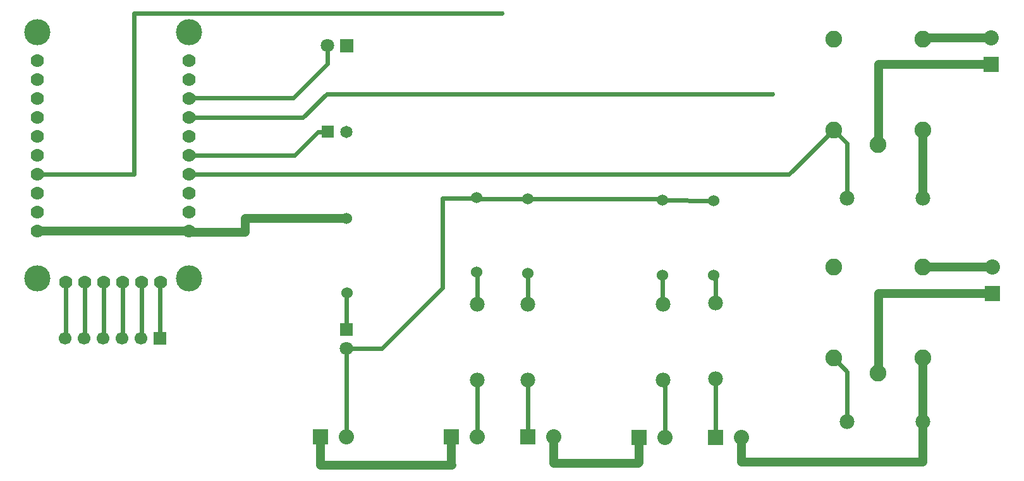
<source format=gbl>
G04 Layer: BottomLayer*
G04 EasyEDA v6.5.8, 2022-08-15 07:29:34*
G04 028e3914a6f949ed9ca799ef75e4ed4f,10*
G04 Gerber Generator version 0.2*
G04 Scale: 100 percent, Rotated: No, Reflected: No *
G04 Dimensions in millimeters *
G04 leading zeros omitted , absolute positions ,4 integer and 5 decimal *
%FSLAX45Y45*%
%MOMM*%

%ADD10C,0.6096*%
%ADD11C,1.2192*%
%ADD12C,1.8000*%
%ADD13R,1.8000X1.8000*%
%ADD14C,1.6510*%
%ADD15C,1.9812*%
%ADD16R,1.7000X1.7000*%
%ADD17C,1.7000*%
%ADD18C,2.0320*%
%ADD19R,2.0320X2.0320*%
%ADD20C,2.2499*%
%ADD21C,1.5240*%
%ADD22C,3.5052*%
%ADD23C,1.7780*%
%ADD24C,0.6200*%

%LPD*%
D10*
X5664200Y8216900D02*
G01*
X5664200Y7975600D01*
X5207000Y7518400D01*
X3822700Y7518400D01*
X3810000Y7505700D01*
X8001000Y8648700D02*
G01*
X3073400Y8648700D01*
X3073400Y6489700D01*
X1778000Y6489700D01*
X3810000Y6489700D02*
G01*
X11842902Y6489700D01*
X12439802Y7086600D01*
X3810000Y7251700D02*
G01*
X5334000Y7251700D01*
X5651500Y7569200D01*
X11620500Y7569200D01*
X5918200Y4152900D02*
G01*
X6388100Y4152900D01*
X7200900Y4965700D01*
X7200900Y6172200D01*
X7652334Y6172200D01*
X7658100Y6177965D01*
X3810000Y6743700D02*
G01*
X5219700Y6743700D01*
X5537200Y7061200D01*
X5664200Y7061200D01*
X3429000Y5041900D02*
G01*
X3416300Y5029200D01*
X3416300Y4292600D01*
X3175000Y5041900D02*
G01*
X3175000Y4305300D01*
X3162300Y4292600D01*
X2921000Y5041900D02*
G01*
X2921000Y4305300D01*
X2908300Y4292600D01*
X2667000Y5041900D02*
G01*
X2667000Y4305300D01*
X2654300Y4292600D01*
X2413000Y5041900D02*
G01*
X2413000Y4305300D01*
X2400300Y4292600D01*
X2159000Y5041900D02*
G01*
X2159000Y4305300D01*
X2146300Y4292600D01*
X8342096Y6163132D02*
G01*
X7672933Y6163132D01*
X7658100Y6177965D01*
X8342096Y6163132D02*
G01*
X10124033Y6163132D01*
X10147300Y6139865D01*
X10831322Y6137655D02*
G01*
X10147300Y6139942D01*
X7670800Y4749800D02*
G01*
X7670800Y5167071D01*
X7659903Y5177967D01*
X8343900Y4749800D02*
G01*
X8343900Y5163131D01*
X5918200Y4406900D02*
G01*
X5919977Y4898644D01*
X5915659Y2971800D02*
G01*
X5915659Y4150360D01*
X5918200Y4152900D01*
X7668259Y2971800D02*
G01*
X7668259Y3731260D01*
X7670800Y3733800D01*
X8346442Y2971800D02*
G01*
X8346442Y3731257D01*
X8343900Y3733800D01*
X10858500Y4762500D02*
G01*
X10858500Y5112334D01*
X10833100Y5137734D01*
X10160000Y4749800D02*
G01*
X10149103Y4760696D01*
X10149103Y5139867D01*
X10182859Y2959100D02*
G01*
X10182859Y3710939D01*
X10160000Y3733800D01*
X10861040Y2959100D02*
G01*
X10861040Y3743960D01*
X10858500Y3746500D01*
X12623800Y6172200D02*
G01*
X12623800Y6902602D01*
X12439802Y7086600D01*
X12623800Y3175000D02*
G01*
X12623800Y3841902D01*
X12439802Y4025900D01*
D11*
X11211559Y2959100D02*
G01*
X11211559Y2628900D01*
X13639800Y2628900D01*
X13639800Y3175000D01*
X8696959Y2971800D02*
G01*
X8696959Y2616200D01*
X9829800Y2616200D01*
X9832340Y2618739D01*
X9832340Y2959100D01*
X5565140Y2971800D02*
G01*
X5565140Y2590800D01*
X7327900Y2590800D01*
X7317740Y2600960D01*
X7317740Y2971800D01*
X1778000Y5727700D02*
G01*
X3810000Y5727700D01*
X5918200Y5898565D02*
G01*
X4559300Y5898565D01*
X4559300Y5715000D01*
X3822700Y5715000D01*
X3810000Y5727700D01*
X13639800Y4025900D02*
G01*
X13639800Y3175000D01*
X13639800Y7086600D02*
G01*
X13639800Y6172200D01*
X14554200Y7965439D02*
G01*
X13042900Y7965439D01*
X13042900Y6889699D01*
X13039801Y6886600D01*
X14566900Y4892039D02*
G01*
X13042900Y4892039D01*
X13042900Y3828999D01*
X13039801Y3825900D01*
X14566900Y5242560D02*
G01*
X13643127Y5242560D01*
X13639800Y5245887D01*
X14554200Y8315960D02*
G01*
X13649172Y8315960D01*
X13639800Y8306587D01*
D12*
G01*
X5664200Y8216900D03*
G36*
X5828207Y8306892D02*
G01*
X6008192Y8306892D01*
X6008192Y8126907D01*
X5828207Y8126907D01*
G37*
G01*
X5918200Y4152900D03*
D13*
G01*
X5918200Y4406900D03*
G36*
X5581650Y7143750D02*
G01*
X5746750Y7143750D01*
X5746750Y6978650D01*
X5581650Y6978650D01*
G37*
D14*
G01*
X5918200Y7061200D03*
D15*
G01*
X7670800Y4749800D03*
G01*
X7670800Y3733800D03*
G01*
X8343900Y4749800D03*
G01*
X8343900Y3733800D03*
G01*
X12623800Y3175000D03*
G01*
X13639800Y3175000D03*
G01*
X10160000Y4749800D03*
G01*
X10160000Y3733800D03*
G01*
X10858500Y4762500D03*
G01*
X10858500Y3746500D03*
G01*
X12623800Y6172200D03*
G01*
X13639800Y6172200D03*
D16*
G01*
X3416300Y4292600D03*
D17*
G01*
X3162300Y4292600D03*
G01*
X2908300Y4292600D03*
G01*
X2654300Y4292600D03*
G01*
X2400300Y4292600D03*
G01*
X2146300Y4292600D03*
G36*
X5463540Y3073400D02*
G01*
X5666740Y3073400D01*
X5666740Y2870200D01*
X5463540Y2870200D01*
G37*
D18*
G01*
X5915659Y2971800D03*
G36*
X7216140Y3073400D02*
G01*
X7419340Y3073400D01*
X7419340Y2870200D01*
X7216140Y2870200D01*
G37*
G01*
X7668259Y2971800D03*
G36*
X8244840Y3073400D02*
G01*
X8448040Y3073400D01*
X8448040Y2870200D01*
X8244840Y2870200D01*
G37*
G01*
X8696959Y2971800D03*
D19*
G01*
X14566900Y4892039D03*
D18*
G01*
X14566900Y5242560D03*
G36*
X9730740Y3060700D02*
G01*
X9933940Y3060700D01*
X9933940Y2857500D01*
X9730740Y2857500D01*
G37*
G01*
X10182859Y2959100D03*
G36*
X10759440Y3060700D02*
G01*
X10962640Y3060700D01*
X10962640Y2857500D01*
X10759440Y2857500D01*
G37*
G01*
X11211559Y2959100D03*
D19*
G01*
X14554200Y7965439D03*
D18*
G01*
X14554200Y8315960D03*
D20*
G01*
X13039801Y3825900D03*
G01*
X13639800Y4025900D03*
G01*
X13639800Y5245887D03*
G01*
X12439802Y5245887D03*
G01*
X12439802Y4025900D03*
G01*
X13039801Y6886600D03*
G01*
X13639800Y7086600D03*
G01*
X13639800Y8306587D03*
G01*
X12439802Y8306587D03*
G01*
X12439802Y7086600D03*
D21*
G01*
X7658100Y6177965D03*
G01*
X7659903Y5177967D03*
G01*
X8343900Y5163134D03*
G01*
X8342096Y6163132D03*
G01*
X10147300Y6139865D03*
G01*
X10149103Y5139867D03*
G01*
X10833100Y5137734D03*
G01*
X10831296Y6137732D03*
G01*
X5920003Y4898567D03*
G01*
X5918200Y5898565D03*
D22*
G01*
X3810000Y8394700D03*
D23*
G01*
X3810000Y5727700D03*
G01*
X3810000Y5981700D03*
G01*
X3810000Y6235700D03*
G01*
X3810000Y6489700D03*
G01*
X3810000Y6743700D03*
G01*
X3810000Y6997700D03*
G01*
X3810000Y7251700D03*
G01*
X3810000Y7505700D03*
G01*
X3810000Y7759700D03*
G01*
X3810000Y8013700D03*
D22*
G01*
X3810000Y5092700D03*
D23*
G01*
X3429000Y5041900D03*
G01*
X2159000Y5041900D03*
G01*
X2413000Y5041900D03*
G01*
X2667000Y5041900D03*
G01*
X2921000Y5041900D03*
G01*
X3175000Y5041900D03*
D22*
G01*
X1778000Y5092700D03*
D23*
G01*
X1778000Y5727700D03*
G01*
X1778000Y8013700D03*
G01*
X1778000Y7759700D03*
G01*
X1778000Y7505700D03*
G01*
X1778000Y7251700D03*
G01*
X1778000Y6997700D03*
G01*
X1778000Y6743700D03*
G01*
X1778000Y6489700D03*
G01*
X1778000Y6235700D03*
G01*
X1778000Y5981700D03*
G01*
X1778000Y5727700D03*
D22*
G01*
X1778000Y8394700D03*
D24*
G01*
X11620500Y7569200D03*
G01*
X8001000Y8648700D03*
M02*

</source>
